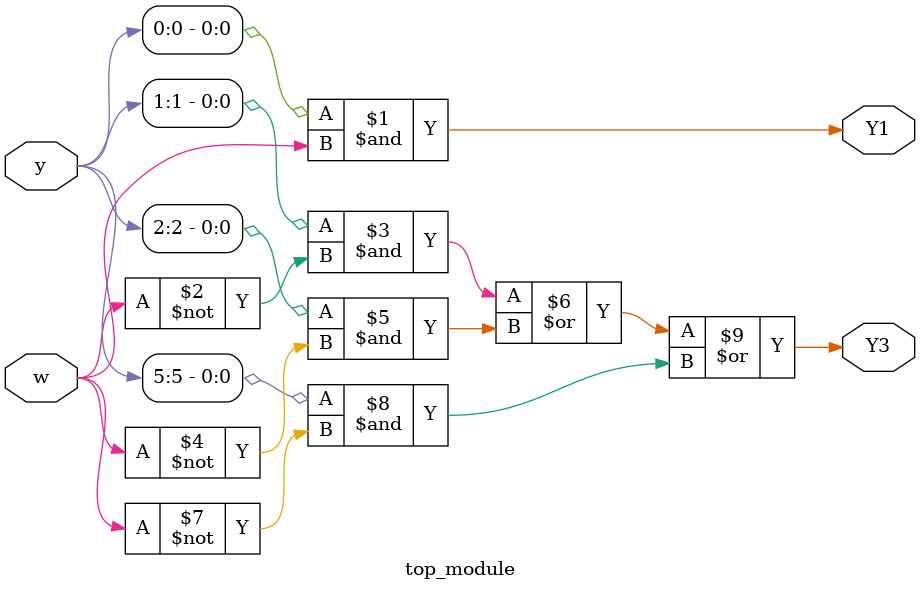
<source format=sv>
module top_module (
    input [5:0] y,
    input w,
    output Y1,
    output Y3
);

    // Based on one-hot encoding and state transitions

    // y[1] corresponds to state B, which transitions to:
    // - state C (y[2]) if w = 1
    // - state D (y[3]) if w = 0
    assign Y1 = (y[0] & w);

    // y[3] corresponds to state D, which transitions to:
    // - state F (y[5]) if w = 1
    // - state A (y[0]) if w = 0
    assign Y3 = (y[1] & ~w) | (y[2] & ~w) | (y[5] & ~w);

endmodule

</source>
